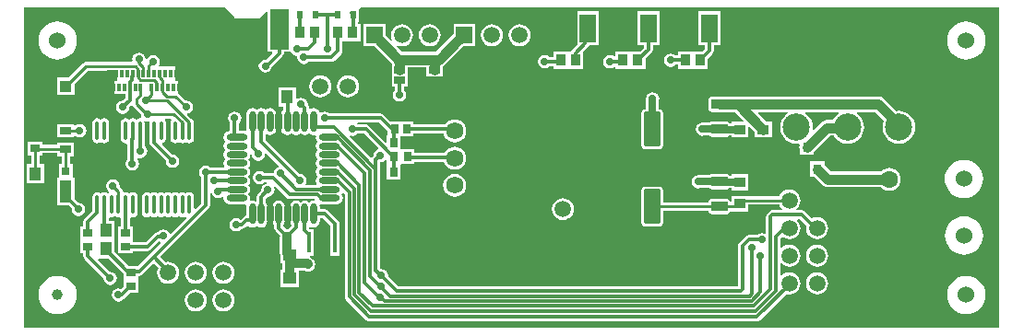
<source format=gtl>
G04*
G04 #@! TF.GenerationSoftware,Altium Limited,Altium Designer,20.1.10 (176)*
G04*
G04 Layer_Physical_Order=1*
G04 Layer_Color=255*
%FSLAX25Y25*%
%MOIN*%
G70*
G04*
G04 #@! TF.SameCoordinates,4904768C-9D57-489E-94B9-A5ABCCC02516*
G04*
G04*
G04 #@! TF.FilePolarity,Positive*
G04*
G01*
G75*
%ADD13C,0.01000*%
G04:AMPARAMS|DCode=18|XSize=124.02mil|YSize=57.09mil|CornerRadius=2mil|HoleSize=0mil|Usage=FLASHONLY|Rotation=270.000|XOffset=0mil|YOffset=0mil|HoleType=Round|Shape=RoundedRectangle|*
%AMROUNDEDRECTD18*
21,1,0.12402,0.05309,0,0,270.0*
21,1,0.12002,0.05709,0,0,270.0*
1,1,0.00400,-0.02655,-0.06001*
1,1,0.00400,-0.02655,0.06001*
1,1,0.00400,0.02655,0.06001*
1,1,0.00400,0.02655,-0.06001*
%
%ADD18ROUNDEDRECTD18*%
G04:AMPARAMS|DCode=19|XSize=35.43mil|YSize=57.09mil|CornerRadius=1.95mil|HoleSize=0mil|Usage=FLASHONLY|Rotation=270.000|XOffset=0mil|YOffset=0mil|HoleType=Round|Shape=RoundedRectangle|*
%AMROUNDEDRECTD19*
21,1,0.03543,0.05319,0,0,270.0*
21,1,0.03154,0.05709,0,0,270.0*
1,1,0.00390,-0.02659,-0.01577*
1,1,0.00390,-0.02659,0.01577*
1,1,0.00390,0.02659,0.01577*
1,1,0.00390,0.02659,-0.01577*
%
%ADD19ROUNDEDRECTD19*%
%ADD20R,0.04134X0.03740*%
%ADD21R,0.01575X0.07480*%
%ADD22O,0.01378X0.07087*%
%ADD23O,0.07677X0.02362*%
%ADD24O,0.02362X0.07677*%
%ADD25R,0.06693X0.14567*%
%ADD26R,0.03347X0.02756*%
%ADD27R,0.03543X0.04134*%
%ADD28R,0.02953X0.03347*%
%ADD29R,0.04331X0.04331*%
%ADD30R,0.02756X0.03347*%
%ADD31R,0.03150X0.03543*%
%ADD32R,0.03937X0.02756*%
%ADD33R,0.02362X0.03150*%
%ADD34R,0.05906X0.10236*%
%ADD35R,0.03937X0.02756*%
%ADD36R,0.01181X0.02756*%
%ADD37R,0.03150X0.03150*%
%ADD38R,0.04331X0.07874*%
%ADD39R,0.04331X0.04921*%
%ADD40R,0.03347X0.02953*%
%ADD41R,0.04921X0.04331*%
%ADD64C,0.06299*%
%ADD65R,0.06299X0.06299*%
G04:AMPARAMS|DCode=69|XSize=43.31mil|YSize=102.36mil|CornerRadius=21.65mil|HoleSize=0mil|Usage=FLASHONLY|Rotation=180.000|XOffset=0mil|YOffset=0mil|HoleType=Round|Shape=RoundedRectangle|*
%AMROUNDEDRECTD69*
21,1,0.04331,0.05906,0,0,180.0*
21,1,0.00000,0.10236,0,0,180.0*
1,1,0.04331,0.00000,0.02953*
1,1,0.04331,0.00000,0.02953*
1,1,0.04331,0.00000,-0.02953*
1,1,0.04331,0.00000,-0.02953*
%
%ADD69ROUNDEDRECTD69*%
G04:AMPARAMS|DCode=70|XSize=43.31mil|YSize=82.68mil|CornerRadius=21.65mil|HoleSize=0mil|Usage=FLASHONLY|Rotation=180.000|XOffset=0mil|YOffset=0mil|HoleType=Round|Shape=RoundedRectangle|*
%AMROUNDEDRECTD70*
21,1,0.04331,0.03937,0,0,180.0*
21,1,0.00000,0.08268,0,0,180.0*
1,1,0.04331,0.00000,0.01968*
1,1,0.04331,0.00000,0.01968*
1,1,0.04331,0.00000,-0.01968*
1,1,0.04331,0.00000,-0.01968*
%
%ADD70ROUNDEDRECTD70*%
%ADD73C,0.01200*%
%ADD74C,0.03500*%
%ADD75C,0.02500*%
%ADD76C,0.03200*%
%ADD77C,0.05000*%
%ADD78C,0.09843*%
%ADD79C,0.05906*%
%ADD80R,0.05906X0.05906*%
%ADD81R,0.05906X0.05906*%
%ADD82R,0.06260X0.06260*%
%ADD83C,0.06260*%
%ADD84C,0.06000*%
%ADD85C,0.03937*%
%ADD86C,0.02756*%
G36*
X77035Y113452D02*
X77366Y113231D01*
X77756Y113154D01*
X85630D01*
X86020Y113231D01*
X86351Y113452D01*
X88499Y115600D01*
X88961Y115409D01*
Y100969D01*
X90508D01*
X90699Y100507D01*
X88444Y98251D01*
X88106Y98319D01*
X87178Y98134D01*
X86391Y97609D01*
X85866Y96822D01*
X85681Y95894D01*
X85866Y94966D01*
X86391Y94180D01*
X87178Y93654D01*
X88106Y93470D01*
X89034Y93654D01*
X89820Y94180D01*
X90346Y94966D01*
X90488Y95681D01*
X94234Y99427D01*
X94588Y99956D01*
X94712Y100581D01*
Y100969D01*
X97329D01*
X97786Y100286D01*
X98572Y99760D01*
X99500Y99576D01*
X99658Y99417D01*
X99576Y99000D01*
X99760Y98072D01*
X100286Y97286D01*
X101072Y96760D01*
X102000Y96575D01*
X102928Y96760D01*
X103714Y97286D01*
X103770Y97369D01*
X112000D01*
X112624Y97493D01*
X113154Y97847D01*
X115496Y100189D01*
X115850Y100718D01*
X115974Y101342D01*
Y104933D01*
X122429D01*
Y111067D01*
X121387D01*
Y111925D01*
X122035D01*
Y116591D01*
X122529Y117091D01*
X353311Y117091D01*
Y1020D01*
X1020Y1020D01*
Y117091D01*
X73397D01*
X77035Y113452D01*
D02*
G37*
%LPC*%
G36*
X180000Y110987D02*
X178968Y110851D01*
X178007Y110453D01*
X177181Y109819D01*
X176547Y108993D01*
X176149Y108032D01*
X176013Y107000D01*
X176149Y105968D01*
X176547Y105007D01*
X177181Y104181D01*
X178007Y103547D01*
X178968Y103149D01*
X180000Y103013D01*
X181032Y103149D01*
X181993Y103547D01*
X182819Y104181D01*
X183453Y105007D01*
X183851Y105968D01*
X183987Y107000D01*
X183851Y108032D01*
X183453Y108993D01*
X182819Y109819D01*
X181993Y110453D01*
X181032Y110851D01*
X180000Y110987D01*
D02*
G37*
G36*
X170000D02*
X168968Y110851D01*
X168007Y110453D01*
X167181Y109819D01*
X166547Y108993D01*
X166149Y108032D01*
X166013Y107000D01*
X166149Y105968D01*
X166547Y105007D01*
X167181Y104181D01*
X168007Y103547D01*
X168968Y103149D01*
X170000Y103013D01*
X171032Y103149D01*
X171993Y103547D01*
X172819Y104181D01*
X173453Y105007D01*
X173851Y105968D01*
X173987Y107000D01*
X173851Y108032D01*
X173453Y108993D01*
X172819Y109819D01*
X171993Y110453D01*
X171032Y110851D01*
X170000Y110987D01*
D02*
G37*
G36*
X147500D02*
X146468Y110851D01*
X145507Y110453D01*
X144681Y109819D01*
X144047Y108993D01*
X143649Y108032D01*
X143513Y107000D01*
X143649Y105968D01*
X144047Y105007D01*
X144681Y104181D01*
X145507Y103547D01*
X146468Y103149D01*
X147500Y103013D01*
X148532Y103149D01*
X149493Y103547D01*
X150319Y104181D01*
X150953Y105007D01*
X151351Y105968D01*
X151487Y107000D01*
X151351Y108032D01*
X150953Y108993D01*
X150319Y109819D01*
X149493Y110453D01*
X148532Y110851D01*
X147500Y110987D01*
D02*
G37*
G36*
X160000Y111030D02*
X159412Y110953D01*
X156047D01*
Y107470D01*
X149591Y101014D01*
X137409D01*
X135353Y103070D01*
X135636Y103494D01*
X136468Y103149D01*
X137500Y103013D01*
X138532Y103149D01*
X139493Y103547D01*
X140319Y104181D01*
X140953Y105007D01*
X141351Y105968D01*
X141487Y107000D01*
X141351Y108032D01*
X140953Y108993D01*
X140319Y109819D01*
X139493Y110453D01*
X138532Y110851D01*
X137500Y110987D01*
X136468Y110851D01*
X135507Y110453D01*
X134681Y109819D01*
X134047Y108993D01*
X133649Y108032D01*
X133513Y107000D01*
X133649Y105968D01*
X133994Y105136D01*
X133570Y104853D01*
X131453Y106970D01*
Y110953D01*
X123547D01*
Y103047D01*
X127530D01*
X133732Y96845D01*
Y92122D01*
Y88382D01*
X134869D01*
Y87270D01*
X134786Y87214D01*
X134260Y86428D01*
X134075Y85500D01*
X134260Y84572D01*
X134786Y83786D01*
X135572Y83260D01*
X136500Y83075D01*
X137428Y83260D01*
X138214Y83786D01*
X138740Y84572D01*
X138925Y85500D01*
X138740Y86428D01*
X138214Y87214D01*
X138131Y87270D01*
Y88382D01*
X139669D01*
Y92122D01*
Y95466D01*
X146331D01*
Y92122D01*
X147881D01*
X147912Y92098D01*
X148581Y91821D01*
X149299Y91726D01*
X150017Y91821D01*
X150686Y92098D01*
X150718Y92122D01*
X152268D01*
Y95946D01*
X152701Y96279D01*
X159470Y103047D01*
X163953D01*
Y110953D01*
X160588D01*
X160000Y111030D01*
D02*
G37*
G36*
X208658Y115618D02*
X200752D01*
Y103514D01*
X199004Y101766D01*
X198650Y101237D01*
X198617Y101067D01*
X192071D01*
Y99131D01*
X190770D01*
X190714Y99214D01*
X189928Y99740D01*
X189000Y99924D01*
X188072Y99740D01*
X187286Y99214D01*
X186760Y98428D01*
X186575Y97500D01*
X186760Y96572D01*
X187286Y95786D01*
X188072Y95260D01*
X189000Y95076D01*
X189928Y95260D01*
X190714Y95786D01*
X190770Y95869D01*
X192071D01*
Y94933D01*
X202929D01*
Y101067D01*
X202929Y101067D01*
X202929D01*
X203259Y101407D01*
X204771Y102919D01*
X205080Y103382D01*
X208658D01*
Y115618D01*
D02*
G37*
G36*
X252555D02*
X244650D01*
Y103382D01*
X246869D01*
Y102018D01*
X245917Y101067D01*
X237071D01*
Y99631D01*
X236270D01*
X236214Y99714D01*
X235428Y100240D01*
X234500Y100425D01*
X233572Y100240D01*
X232786Y99714D01*
X232260Y98928D01*
X232076Y98000D01*
X232260Y97072D01*
X232786Y96286D01*
X233572Y95760D01*
X234500Y95575D01*
X235428Y95760D01*
X236214Y96286D01*
X236270Y96369D01*
X237071D01*
Y94933D01*
X247929D01*
Y98465D01*
X249654Y100189D01*
X250007Y100718D01*
X250131Y101342D01*
Y103382D01*
X252555D01*
Y115618D01*
D02*
G37*
G36*
X230555D02*
X222650D01*
Y103382D01*
X224869D01*
Y102518D01*
X223417Y101067D01*
X214571D01*
Y99532D01*
X214531Y99496D01*
X214071Y99310D01*
X213428Y99740D01*
X212500Y99924D01*
X211572Y99740D01*
X210786Y99214D01*
X210260Y98428D01*
X210075Y97500D01*
X210260Y96572D01*
X210786Y95786D01*
X211572Y95260D01*
X212500Y95076D01*
X213428Y95260D01*
X214071Y95690D01*
X214531Y95504D01*
X214571Y95468D01*
Y94933D01*
X225429D01*
Y98465D01*
X227654Y100689D01*
X228007Y101218D01*
X228131Y101842D01*
Y103382D01*
X230555D01*
Y115618D01*
D02*
G37*
G36*
X341339Y112057D02*
X339985Y111924D01*
X338683Y111529D01*
X337484Y110888D01*
X336432Y110025D01*
X335569Y108973D01*
X334928Y107773D01*
X334533Y106472D01*
X334400Y105118D01*
X334533Y103764D01*
X334928Y102463D01*
X335569Y101263D01*
X336432Y100212D01*
X337484Y99349D01*
X338683Y98707D01*
X339985Y98312D01*
X341339Y98179D01*
X342692Y98312D01*
X343994Y98707D01*
X345194Y99349D01*
X346245Y100212D01*
X347108Y101263D01*
X347749Y102463D01*
X348144Y103764D01*
X348277Y105118D01*
X348144Y106472D01*
X347749Y107773D01*
X347108Y108973D01*
X346245Y110025D01*
X345194Y110888D01*
X343994Y111529D01*
X342692Y111924D01*
X341339Y112057D01*
D02*
G37*
G36*
X12992D02*
X11638Y111924D01*
X10337Y111529D01*
X9137Y110888D01*
X8086Y110025D01*
X7223Y108973D01*
X6581Y107773D01*
X6186Y106472D01*
X6053Y105118D01*
X6186Y103764D01*
X6581Y102463D01*
X7223Y101263D01*
X8086Y100212D01*
X9137Y99349D01*
X10337Y98707D01*
X11638Y98312D01*
X12992Y98179D01*
X14346Y98312D01*
X15647Y98707D01*
X16847Y99349D01*
X17899Y100212D01*
X18762Y101263D01*
X19403Y102463D01*
X19798Y103764D01*
X19931Y105118D01*
X19798Y106472D01*
X19403Y107773D01*
X18762Y108973D01*
X17899Y110025D01*
X16847Y110888D01*
X15647Y111529D01*
X14346Y111924D01*
X12992Y112057D01*
D02*
G37*
G36*
X118000Y92487D02*
X116968Y92351D01*
X116007Y91953D01*
X115181Y91319D01*
X114547Y90493D01*
X114149Y89532D01*
X114013Y88500D01*
X114149Y87468D01*
X114547Y86507D01*
X115181Y85681D01*
X116007Y85047D01*
X116968Y84649D01*
X118000Y84513D01*
X119032Y84649D01*
X119993Y85047D01*
X120819Y85681D01*
X121453Y86507D01*
X121851Y87468D01*
X121987Y88500D01*
X121851Y89532D01*
X121453Y90493D01*
X120819Y91319D01*
X119993Y91953D01*
X119032Y92351D01*
X118000Y92487D01*
D02*
G37*
G36*
X108000D02*
X106968Y92351D01*
X106007Y91953D01*
X105181Y91319D01*
X104547Y90493D01*
X104149Y89532D01*
X104013Y88500D01*
X104149Y87468D01*
X104547Y86507D01*
X105181Y85681D01*
X106007Y85047D01*
X106968Y84649D01*
X108000Y84513D01*
X109032Y84649D01*
X109993Y85047D01*
X110819Y85681D01*
X111453Y86507D01*
X111851Y87468D01*
X111987Y88500D01*
X111851Y89532D01*
X111453Y90493D01*
X110819Y91319D01*
X109993Y91953D01*
X109032Y92351D01*
X108000Y92487D01*
D02*
G37*
G36*
X42414Y100751D02*
X41486Y100567D01*
X40700Y100041D01*
X40174Y99254D01*
X39990Y98327D01*
X40098Y97783D01*
X39696Y97283D01*
X23210D01*
X22625Y97167D01*
X22129Y96835D01*
X17003Y91709D01*
X12835D01*
Y85378D01*
X19165D01*
Y89546D01*
X23844Y94224D01*
X34551D01*
Y90898D01*
X34218Y90535D01*
X33567D01*
Y85780D01*
X37463D01*
Y84270D01*
X36598Y83405D01*
X36500Y83425D01*
X35572Y83240D01*
X34786Y82714D01*
X34260Y81928D01*
X34075Y81000D01*
X34260Y80072D01*
X34786Y79286D01*
X35572Y78760D01*
X36500Y78575D01*
X37428Y78760D01*
X38214Y79286D01*
X38740Y80072D01*
X38925Y81000D01*
X38905Y81098D01*
X39527Y81720D01*
X40069Y81555D01*
X40087Y81467D01*
X40419Y80971D01*
X43189Y78200D01*
X43345Y77419D01*
X43357Y77400D01*
X43056Y76951D01*
X42720Y77017D01*
X42061Y76886D01*
X41503Y76513D01*
X41379D01*
X40820Y76886D01*
X40161Y77017D01*
X39502Y76886D01*
X39274Y76734D01*
X38882Y76543D01*
X38490Y76734D01*
X38261Y76886D01*
X37602Y77017D01*
X36943Y76886D01*
X36385Y76513D01*
X36011Y75954D01*
X35880Y75295D01*
Y69587D01*
X36011Y68928D01*
X36385Y68369D01*
X36943Y67996D01*
X37602Y67865D01*
X37869Y67918D01*
X38369Y67512D01*
Y62270D01*
X38286Y62214D01*
X37760Y61428D01*
X37576Y60500D01*
X37760Y59572D01*
X38286Y58786D01*
X39072Y58260D01*
X40000Y58075D01*
X40928Y58260D01*
X41714Y58786D01*
X42240Y59572D01*
X42424Y60500D01*
X42240Y61428D01*
X41806Y62077D01*
X41846Y62383D01*
X42308Y62713D01*
X43000Y62576D01*
X43928Y62760D01*
X44714Y63286D01*
X45240Y64072D01*
X45425Y65000D01*
X45240Y65928D01*
X44714Y66714D01*
X44386Y66934D01*
Y69302D01*
X44442Y69587D01*
Y75295D01*
X44361Y75703D01*
X44461Y75839D01*
X44782Y76082D01*
X45585Y75922D01*
X45737Y75953D01*
X46163Y75528D01*
X46117Y75295D01*
Y69587D01*
X46241Y68959D01*
Y68127D01*
X46365Y67503D01*
X46719Y66974D01*
X52095Y61598D01*
X52075Y61500D01*
X52260Y60572D01*
X52786Y59786D01*
X53572Y59260D01*
X54500Y59075D01*
X55428Y59260D01*
X56214Y59786D01*
X56740Y60572D01*
X56924Y61500D01*
X56740Y62428D01*
X56214Y63214D01*
X55428Y63740D01*
X54500Y63924D01*
X54402Y63905D01*
X50810Y67497D01*
X50955Y67975D01*
X51057Y67996D01*
X51615Y68369D01*
X51989Y68928D01*
X52120Y69587D01*
Y75295D01*
X51989Y75954D01*
X51746Y76318D01*
X51991Y76818D01*
X53922D01*
X54167Y76318D01*
X53925Y75954D01*
X53794Y75295D01*
Y69587D01*
X53925Y68928D01*
X54298Y68369D01*
X54857Y67996D01*
X55516Y67865D01*
X56175Y67996D01*
X56403Y68148D01*
X56795Y68339D01*
X57187Y68148D01*
X57416Y67996D01*
X58075Y67865D01*
X58734Y67996D01*
X58962Y68148D01*
X59354Y68339D01*
X59746Y68148D01*
X59975Y67996D01*
X60634Y67865D01*
X61293Y67996D01*
X61852Y68369D01*
X62225Y68928D01*
X62356Y69587D01*
Y75295D01*
X62225Y75954D01*
X61852Y76513D01*
X61293Y76886D01*
X61184Y76908D01*
X59889Y78203D01*
X60034Y78682D01*
X60428Y78760D01*
X61214Y79286D01*
X61740Y80072D01*
X61924Y81000D01*
X61740Y81928D01*
X61214Y82714D01*
X60428Y83240D01*
X59500Y83425D01*
X59282Y83381D01*
X56646Y86017D01*
X56433Y86159D01*
Y90535D01*
X55782D01*
X55449Y90898D01*
Y95653D01*
X49727D01*
X49460Y96153D01*
X49740Y96572D01*
X49924Y97500D01*
X49740Y98428D01*
X49214Y99214D01*
X48428Y99740D01*
X47500Y99924D01*
X46572Y99740D01*
X45786Y99214D01*
X45313Y98507D01*
X44990Y98504D01*
X44792Y98559D01*
X44654Y99254D01*
X44129Y100041D01*
X43342Y100567D01*
X42414Y100751D01*
D02*
G37*
G36*
X29925Y77017D02*
X29266Y76886D01*
X29038Y76734D01*
X28646Y76543D01*
X28254Y76734D01*
X28025Y76886D01*
X27366Y77017D01*
X26707Y76886D01*
X26149Y76513D01*
X25775Y75954D01*
X25644Y75295D01*
Y69587D01*
X25775Y68928D01*
X26149Y68369D01*
X26707Y67996D01*
X27366Y67865D01*
X28025Y67996D01*
X28254Y68148D01*
X28646Y68339D01*
X29038Y68148D01*
X29266Y67996D01*
X29925Y67865D01*
X30584Y67996D01*
X31143Y68369D01*
X31516Y68928D01*
X31647Y69587D01*
Y75295D01*
X31516Y75954D01*
X31143Y76513D01*
X30584Y76886D01*
X29925Y77017D01*
D02*
G37*
G36*
X21000Y74924D02*
X20072Y74740D01*
X19468Y74337D01*
X18969Y74571D01*
Y74724D01*
X13032D01*
Y69968D01*
X18969D01*
Y70429D01*
X19468Y70663D01*
X20072Y70260D01*
X21000Y70076D01*
X21928Y70260D01*
X22714Y70786D01*
X23240Y71572D01*
X23425Y72500D01*
X23240Y73428D01*
X22714Y74214D01*
X21928Y74740D01*
X21000Y74924D01*
D02*
G37*
G36*
X99165Y88114D02*
X92835D01*
Y81193D01*
X94432D01*
Y79929D01*
X94008Y79296D01*
X93839Y78445D01*
Y73130D01*
X94008Y72279D01*
X94490Y71557D01*
X95212Y71075D01*
X96063Y70906D01*
X96914Y71075D01*
X97636Y71557D01*
X97640D01*
X98362Y71075D01*
X99213Y70906D01*
X100064Y71075D01*
X100785Y71557D01*
X100790D01*
X101511Y71075D01*
X102362Y70906D01*
X103213Y71075D01*
X103935Y71557D01*
X103939D01*
X104661Y71075D01*
X105512Y70906D01*
X106014Y71006D01*
X106439Y70581D01*
X106339Y70079D01*
X106508Y69228D01*
X106991Y68506D01*
Y68502D01*
X106508Y67780D01*
X106339Y66929D01*
X106508Y66078D01*
X106991Y65357D01*
Y65352D01*
X106508Y64631D01*
X106339Y63779D01*
X106508Y62928D01*
X106991Y62207D01*
Y62202D01*
X106508Y61481D01*
X106339Y60630D01*
X106508Y59779D01*
X106991Y59057D01*
Y59053D01*
X106508Y58331D01*
X106339Y57480D01*
X106508Y56629D01*
X106991Y55908D01*
Y55903D01*
X106508Y55182D01*
X106339Y54331D01*
X106508Y53480D01*
X106660Y53253D01*
X106424Y52812D01*
X102939D01*
X102703Y53253D01*
X102846Y53466D01*
X103030Y54394D01*
X102846Y55322D01*
X102320Y56109D01*
X101534Y56634D01*
X100606Y56819D01*
X100508Y56799D01*
X88245Y69062D01*
Y70991D01*
X88687Y71227D01*
X88913Y71075D01*
X89764Y70906D01*
X90615Y71075D01*
X91336Y71557D01*
X91818Y72279D01*
X91988Y73130D01*
Y78445D01*
X91818Y79296D01*
X91336Y80017D01*
X90615Y80499D01*
X89764Y80669D01*
X88913Y80499D01*
X88191Y80017D01*
X88187D01*
X87465Y80499D01*
X86614Y80669D01*
X85763Y80499D01*
X85042Y80017D01*
X85037D01*
X84316Y80499D01*
X83465Y80669D01*
X82613Y80499D01*
X81892Y80017D01*
X81410Y79296D01*
X81241Y78445D01*
Y73130D01*
X81341Y72628D01*
X80915Y72203D01*
X80413Y72303D01*
X78631D01*
Y75230D01*
X78714Y75286D01*
X79240Y76072D01*
X79425Y77000D01*
X79240Y77928D01*
X78714Y78714D01*
X77928Y79240D01*
X77000Y79425D01*
X76072Y79240D01*
X75286Y78714D01*
X74760Y77928D01*
X74576Y77000D01*
X74760Y76072D01*
X75286Y75286D01*
X75369Y75230D01*
Y72303D01*
X75098D01*
X74247Y72133D01*
X73526Y71651D01*
X73044Y70930D01*
X72875Y70079D01*
X73044Y69228D01*
X73526Y68506D01*
Y68502D01*
X73044Y67780D01*
X72875Y66929D01*
X73044Y66078D01*
X73526Y65357D01*
Y65352D01*
X73044Y64631D01*
X72875Y63779D01*
X73044Y62928D01*
X73526Y62207D01*
Y62202D01*
X73044Y61481D01*
X72875Y60630D01*
X73044Y59779D01*
X73195Y59553D01*
X72959Y59112D01*
X68290D01*
X68234Y59195D01*
X67448Y59720D01*
X66520Y59905D01*
X65592Y59720D01*
X64805Y59195D01*
X64280Y58408D01*
X64095Y57480D01*
X64280Y56552D01*
X64805Y55766D01*
X64869Y55724D01*
Y46176D01*
X62818Y44125D01*
X62356Y44316D01*
Y48524D01*
X62225Y49183D01*
X61852Y49741D01*
X61293Y50115D01*
X60634Y50246D01*
X59975Y50115D01*
X59746Y49962D01*
X59354Y49771D01*
X58962Y49962D01*
X58734Y50115D01*
X58075Y50246D01*
X57416Y50115D01*
X57187Y49962D01*
X56795Y49771D01*
X56403Y49962D01*
X56175Y50115D01*
X55516Y50246D01*
X54857Y50115D01*
X54298Y49741D01*
X54174D01*
X53616Y50115D01*
X52957Y50246D01*
X52298Y50115D01*
X52069Y49962D01*
X51677Y49771D01*
X51285Y49962D01*
X51057Y50115D01*
X50398Y50246D01*
X49739Y50115D01*
X49510Y49962D01*
X49118Y49771D01*
X48726Y49962D01*
X48498Y50115D01*
X47839Y50246D01*
X47180Y50115D01*
X46951Y49962D01*
X46559Y49771D01*
X46167Y49962D01*
X45939Y50115D01*
X45279Y50246D01*
X44620Y50115D01*
X44062Y49741D01*
X43688Y49183D01*
X43558Y48524D01*
Y42815D01*
X43688Y42156D01*
X44062Y41597D01*
X44620Y41224D01*
X45279Y41093D01*
X45939Y41224D01*
X46167Y41377D01*
X46559Y41567D01*
X46951Y41377D01*
X47180Y41224D01*
X47839Y41093D01*
X48498Y41224D01*
X48726Y41377D01*
X49118Y41567D01*
X49510Y41377D01*
X49739Y41224D01*
X50398Y41093D01*
X51057Y41224D01*
X51285Y41377D01*
X51677Y41567D01*
X52069Y41377D01*
X52298Y41224D01*
X52957Y41093D01*
X53616Y41224D01*
X53844Y41377D01*
X54236Y41567D01*
X54628Y41377D01*
X54857Y41224D01*
X55516Y41093D01*
X56175Y41224D01*
X56403Y41377D01*
X56795Y41567D01*
X57187Y41377D01*
X57416Y41224D01*
X58075Y41093D01*
X58734Y41224D01*
X58962Y41377D01*
X59139Y41462D01*
X59360Y41344D01*
X59441Y40748D01*
X53866Y35173D01*
X53338Y35352D01*
X52859Y36070D01*
X52072Y36596D01*
X51144Y36780D01*
X50216Y36596D01*
X49430Y36070D01*
X49175Y35689D01*
X49058D01*
X48434Y35565D01*
X47905Y35212D01*
X44864Y32171D01*
X40173D01*
Y32917D01*
X40173D01*
Y33083D01*
X40173D01*
Y37839D01*
X39200D01*
Y40871D01*
X39700Y41185D01*
X40161Y41093D01*
X40820Y41224D01*
X41379Y41597D01*
X41752Y42156D01*
X41884Y42815D01*
Y48524D01*
X41752Y49183D01*
X41379Y49741D01*
X40820Y50115D01*
X40161Y50246D01*
X39502Y50115D01*
X39274Y49962D01*
X38882Y49771D01*
X38490Y49962D01*
X38261Y50115D01*
X37602Y50246D01*
X37073Y50140D01*
X36573Y50423D01*
Y50457D01*
X36456Y51042D01*
X36125Y51538D01*
X35381Y52282D01*
X35425Y52500D01*
X35240Y53428D01*
X34714Y54214D01*
X33928Y54740D01*
X33000Y54924D01*
X32072Y54740D01*
X31286Y54214D01*
X30760Y53428D01*
X30575Y52500D01*
X30760Y51572D01*
X31286Y50786D01*
X31640Y50549D01*
X31610Y50011D01*
X31184Y49782D01*
X30813Y49962D01*
X30584Y50115D01*
X29925Y50246D01*
X29266Y50115D01*
X28708Y49741D01*
X28584D01*
X28025Y50115D01*
X27366Y50246D01*
X26707Y50115D01*
X26149Y49741D01*
X25775Y49183D01*
X25644Y48524D01*
Y43448D01*
X22847Y40650D01*
X22493Y40121D01*
X22369Y39497D01*
Y37839D01*
X21327D01*
Y33417D01*
X21327Y33083D01*
X21327Y32583D01*
Y28161D01*
X22369D01*
Y27000D01*
X22493Y26376D01*
X22847Y25846D01*
X29595Y19098D01*
X29575Y19000D01*
X29760Y18072D01*
X30286Y17286D01*
X31072Y16760D01*
X32000Y16576D01*
X32928Y16760D01*
X33714Y17286D01*
X34240Y18072D01*
X34424Y19000D01*
X34240Y19928D01*
X33714Y20714D01*
X32928Y21240D01*
X32000Y21425D01*
X31902Y21405D01*
X27614Y25693D01*
X27821Y26193D01*
X31358D01*
X36827Y20724D01*
Y18917D01*
X36827Y18583D01*
X36827Y18083D01*
Y15969D01*
X36030Y15172D01*
X35928Y15240D01*
X35000Y15425D01*
X34072Y15240D01*
X33286Y14714D01*
X32760Y13928D01*
X32576Y13000D01*
X32760Y12072D01*
X33286Y11286D01*
X34072Y10760D01*
X35000Y10576D01*
X35928Y10760D01*
X36714Y11286D01*
X36924Y11598D01*
X37368Y11895D01*
X39134Y13661D01*
X42173D01*
Y18083D01*
X42173Y18417D01*
X42173Y18917D01*
Y19869D01*
X42500D01*
X43124Y19993D01*
X43654Y20346D01*
X47750Y24443D01*
X49445Y22748D01*
X49149Y22032D01*
X49013Y21000D01*
X49149Y19968D01*
X49547Y19007D01*
X50181Y18181D01*
X51007Y17547D01*
X51968Y17149D01*
X53000Y17013D01*
X54032Y17149D01*
X54993Y17547D01*
X55819Y18181D01*
X56453Y19007D01*
X56851Y19968D01*
X56987Y21000D01*
X56851Y22032D01*
X56453Y22993D01*
X55819Y23819D01*
X54993Y24453D01*
X54032Y24851D01*
X53000Y24987D01*
X51968Y24851D01*
X51960Y24848D01*
X50057Y26750D01*
X67654Y44346D01*
X68007Y44876D01*
X68131Y45500D01*
Y50170D01*
X68631Y50219D01*
X68760Y49572D01*
X69286Y48786D01*
X70072Y48260D01*
X71000Y48076D01*
X71928Y48260D01*
X72484Y48632D01*
X72934Y48331D01*
X72875Y48031D01*
X73044Y47181D01*
X73526Y46459D01*
X74247Y45977D01*
X75098Y45808D01*
X80413D01*
X80915Y45908D01*
X81341Y45482D01*
X81241Y44980D01*
Y41717D01*
X81228D01*
X80604Y41593D01*
X80074Y41240D01*
X79115Y40281D01*
X78428Y40740D01*
X77500Y40925D01*
X76572Y40740D01*
X75786Y40214D01*
X75260Y39428D01*
X75076Y38500D01*
X75260Y37572D01*
X75786Y36786D01*
X76572Y36260D01*
X77500Y36075D01*
X78428Y36260D01*
X79214Y36786D01*
X79270Y36869D01*
X79642D01*
X80266Y36993D01*
X80795Y37347D01*
X81573Y38124D01*
X81892Y38093D01*
X82613Y37611D01*
X83465Y37442D01*
X84316Y37611D01*
X85037Y38093D01*
X85042D01*
X85763Y37611D01*
X86614Y37442D01*
X87465Y37611D01*
X88187Y38093D01*
X88669Y38814D01*
X88838Y39665D01*
Y44980D01*
X88669Y45831D01*
X88245Y46465D01*
Y47938D01*
X88902Y48595D01*
X89000Y48575D01*
X89928Y48760D01*
X90714Y49286D01*
X91240Y50072D01*
X91425Y51000D01*
X91240Y51928D01*
X91114Y52116D01*
X91503Y52435D01*
X95710Y48228D01*
X96239Y47874D01*
X96863Y47750D01*
X105952D01*
X106008Y47615D01*
X105648Y47177D01*
X105512Y47204D01*
X104661Y47035D01*
X103939Y46553D01*
X103935D01*
X103213Y47035D01*
X102362Y47204D01*
X101511Y47035D01*
X100790Y46553D01*
X100785D01*
X100064Y47035D01*
X99213Y47204D01*
X98362Y47035D01*
X97640Y46553D01*
X97158Y45831D01*
X96989Y44980D01*
Y39665D01*
X97158Y38814D01*
X97581Y38181D01*
Y37960D01*
X96294Y36673D01*
X95791D01*
X94545Y37920D01*
Y38181D01*
X94968Y38814D01*
X95137Y39665D01*
Y44980D01*
X94968Y45831D01*
X94486Y46553D01*
X93764Y47035D01*
X92913Y47204D01*
X92062Y47035D01*
X91341Y46553D01*
X90859Y45831D01*
X90689Y44980D01*
Y39665D01*
X90859Y38814D01*
X91282Y38181D01*
Y37244D01*
X91406Y36620D01*
X91760Y36091D01*
X93398Y34453D01*
X93338Y34000D01*
Y28091D01*
X93338Y28091D01*
X93386Y27729D01*
Y24335D01*
X94224D01*
Y22165D01*
X93386D01*
Y15835D01*
X100307D01*
Y21712D01*
X102133D01*
X102140Y21707D01*
X102772Y21445D01*
X103451Y21355D01*
X104130Y21445D01*
X104762Y21707D01*
X105305Y22124D01*
X105722Y22667D01*
X105984Y23299D01*
X106073Y23978D01*
X105984Y24657D01*
X105722Y25289D01*
X105305Y25832D01*
X104949Y26189D01*
X104406Y26606D01*
X104034Y26760D01*
X104133Y27260D01*
X105563D01*
Y36740D01*
X104295D01*
X103993Y37042D01*
Y37526D01*
X104435Y37762D01*
X104661Y37611D01*
X105512Y37442D01*
X106363Y37611D01*
X107084Y38093D01*
X107566Y38814D01*
X107736Y39665D01*
Y40692D01*
X109001D01*
X111593Y38100D01*
Y36740D01*
X111437D01*
Y27260D01*
X115012D01*
Y36740D01*
X114856D01*
Y38776D01*
X114732Y39400D01*
X114378Y39929D01*
X110831Y43476D01*
X110301Y43830D01*
X109677Y43954D01*
X107736D01*
Y44980D01*
X107636Y45482D01*
X108061Y45908D01*
X108563Y45808D01*
X113878D01*
X114729Y45977D01*
X115450Y46459D01*
X115933Y47181D01*
X116102Y48031D01*
X115933Y48882D01*
X115541Y49469D01*
X115722Y49800D01*
X116252Y49868D01*
X116769Y49351D01*
Y12297D01*
X116893Y11673D01*
X117246Y11144D01*
X124544Y3847D01*
X125073Y3493D01*
X125697Y3369D01*
X265682D01*
X266307Y3493D01*
X266836Y3847D01*
X276381Y13392D01*
X277402Y13257D01*
X278433Y13393D01*
X279395Y13791D01*
X280221Y14425D01*
X280854Y15251D01*
X281253Y16212D01*
X281388Y17244D01*
X281253Y18276D01*
X280854Y19238D01*
X280221Y20063D01*
X279395Y20697D01*
X278433Y21095D01*
X277402Y21231D01*
X276370Y21095D01*
X275408Y20697D01*
X274631Y20101D01*
X274213Y20189D01*
X274131Y20216D01*
Y24272D01*
X274213Y24299D01*
X274631Y24387D01*
X275408Y23791D01*
X276370Y23393D01*
X277402Y23257D01*
X278433Y23393D01*
X279395Y23791D01*
X280221Y24425D01*
X280854Y25251D01*
X281253Y26212D01*
X281388Y27244D01*
X281253Y28276D01*
X280854Y29237D01*
X280221Y30063D01*
X279395Y30697D01*
X278433Y31095D01*
X277402Y31231D01*
X276370Y31095D01*
X275408Y30697D01*
X274631Y30101D01*
X274213Y30189D01*
X274131Y30216D01*
Y33482D01*
X274861Y34211D01*
X275408Y33791D01*
X276370Y33393D01*
X277402Y33257D01*
X278433Y33393D01*
X279395Y33791D01*
X280221Y34425D01*
X280854Y35251D01*
X281253Y36212D01*
X281388Y37244D01*
X281253Y38276D01*
X280854Y39237D01*
X280370Y39869D01*
X280616Y40369D01*
X281324D01*
X283535Y38158D01*
X283415Y37244D01*
X283551Y36212D01*
X283949Y35251D01*
X284582Y34425D01*
X285408Y33791D01*
X286370Y33393D01*
X287402Y33257D01*
X288433Y33393D01*
X289395Y33791D01*
X290221Y34425D01*
X290854Y35251D01*
X291253Y36212D01*
X291388Y37244D01*
X291253Y38276D01*
X290854Y39237D01*
X290221Y40063D01*
X289395Y40697D01*
X288433Y41095D01*
X287402Y41231D01*
X286370Y41095D01*
X285551Y40756D01*
X283154Y43154D01*
X282624Y43507D01*
X282000Y43631D01*
X280008D01*
X279838Y44131D01*
X280221Y44425D01*
X280854Y45251D01*
X281253Y46212D01*
X281388Y47244D01*
X281253Y48276D01*
X280854Y49237D01*
X280221Y50063D01*
X279395Y50697D01*
X278433Y51095D01*
X277402Y51231D01*
X276370Y51095D01*
X275408Y50697D01*
X274582Y50063D01*
X273949Y49237D01*
X273757Y48774D01*
X262567D01*
Y48870D01*
X256433D01*
Y46882D01*
X255933Y46833D01*
X255891Y47043D01*
X255627Y47438D01*
X255232Y47702D01*
X254766Y47795D01*
X249447D01*
X248981Y47702D01*
X248585Y47438D01*
X248321Y47043D01*
X248229Y46577D01*
Y46529D01*
X231771D01*
Y51001D01*
X231678Y51469D01*
X231413Y51866D01*
X231016Y52131D01*
X230548Y52224D01*
X225239D01*
X224771Y52131D01*
X224374Y51866D01*
X224109Y51469D01*
X224016Y51001D01*
Y38999D01*
X224109Y38531D01*
X224374Y38134D01*
X224771Y37869D01*
X225239Y37776D01*
X230548D01*
X231016Y37869D01*
X231413Y38134D01*
X231678Y38531D01*
X231771Y38999D01*
Y43471D01*
X248229D01*
Y43423D01*
X248321Y42957D01*
X248585Y42562D01*
X248981Y42298D01*
X249447Y42205D01*
X254766D01*
X255232Y42298D01*
X255627Y42562D01*
X255891Y42957D01*
X255933Y43167D01*
X256433Y43130D01*
Y43130D01*
X262567D01*
Y45715D01*
X273757D01*
X273949Y45251D01*
X274582Y44425D01*
X274965Y44131D01*
X274795Y43631D01*
X271301D01*
X270677Y43507D01*
X270148Y43154D01*
X269445Y42451D01*
X269091Y41921D01*
X268967Y41297D01*
Y35410D01*
X268526Y35174D01*
X268428Y35240D01*
X267500Y35425D01*
X266572Y35240D01*
X265786Y34714D01*
X265730Y34631D01*
X262789D01*
X262164Y34507D01*
X261635Y34154D01*
X259347Y31865D01*
X258993Y31336D01*
X258869Y30711D01*
Y16031D01*
X136266D01*
X132403Y19894D01*
X132424Y20000D01*
X132240Y20928D01*
X131714Y21714D01*
X130928Y22240D01*
X130000Y22424D01*
X129631Y22853D01*
Y58500D01*
Y61102D01*
X130428Y61260D01*
X131214Y61786D01*
X131465Y62160D01*
X131965Y62008D01*
Y60327D01*
X131965D01*
X131965Y60173D01*
X131965D01*
Y54827D01*
X136917D01*
Y59895D01*
X137040Y60216D01*
X137354Y60327D01*
X142035D01*
Y61119D01*
X152602D01*
X152892Y60417D01*
X153554Y59554D01*
X154417Y58893D01*
X155422Y58476D01*
X156500Y58334D01*
X157578Y58476D01*
X158583Y58893D01*
X159446Y59554D01*
X160108Y60417D01*
X160524Y61422D01*
X160666Y62500D01*
X160524Y63578D01*
X160108Y64583D01*
X159446Y65446D01*
X158583Y66107D01*
X157578Y66524D01*
X156500Y66666D01*
X155422Y66524D01*
X154417Y66107D01*
X153554Y65446D01*
X152892Y64583D01*
X152809Y64381D01*
X142035D01*
Y65673D01*
X137417D01*
X137083Y65673D01*
X136917Y66105D01*
Y70327D01*
X141642D01*
Y71369D01*
X152463D01*
X152476Y71264D01*
X152892Y70260D01*
X153554Y69397D01*
X154417Y68735D01*
X155422Y68319D01*
X156500Y68177D01*
X157578Y68319D01*
X158583Y68735D01*
X159446Y69397D01*
X160108Y70260D01*
X160524Y71264D01*
X160666Y72342D01*
X160524Y73421D01*
X160108Y74425D01*
X159446Y75288D01*
X158583Y75950D01*
X157578Y76366D01*
X156500Y76508D01*
X155422Y76366D01*
X154417Y75950D01*
X153554Y75288D01*
X153051Y74631D01*
X141642D01*
Y75673D01*
X133370D01*
X130890Y78154D01*
X130360Y78507D01*
X129736Y78631D01*
X111270D01*
X111214Y78714D01*
X110428Y79240D01*
X109500Y79425D01*
X108572Y79240D01*
X108144Y78954D01*
X107589Y79184D01*
X107566Y79296D01*
X107084Y80017D01*
X106363Y80499D01*
X105512Y80669D01*
X104661Y80499D01*
X104435Y80348D01*
X103994Y80584D01*
Y80638D01*
X103869Y81262D01*
X103516Y81791D01*
X103405Y81902D01*
X103425Y82000D01*
X103240Y82928D01*
X102714Y83714D01*
X101928Y84240D01*
X101000Y84425D01*
X100072Y84240D01*
X99665Y83968D01*
X99165Y84235D01*
Y88114D01*
D02*
G37*
G36*
X254766Y84850D02*
X249447D01*
X248981Y84757D01*
X248585Y84493D01*
X248321Y84098D01*
X248229Y83632D01*
Y80478D01*
X248321Y80012D01*
X248585Y79617D01*
X248981Y79353D01*
X249447Y79260D01*
X254766D01*
X254873Y79281D01*
X257650D01*
X260745Y76186D01*
X260554Y75724D01*
X256433D01*
Y75221D01*
X255772D01*
X255627Y75438D01*
X255232Y75702D01*
X254766Y75795D01*
X249447D01*
X248981Y75702D01*
X248585Y75438D01*
X248489Y75294D01*
X246656D01*
X246000Y75424D01*
X245072Y75240D01*
X244286Y74714D01*
X243760Y73928D01*
X243576Y73000D01*
X243760Y72072D01*
X244286Y71286D01*
X245072Y70760D01*
X246000Y70575D01*
X246656Y70706D01*
X248489D01*
X248585Y70562D01*
X248981Y70298D01*
X249447Y70205D01*
X254766D01*
X255232Y70298D01*
X255627Y70562D01*
X255675Y70633D01*
X256433D01*
Y69984D01*
X262567D01*
Y73712D01*
X263029Y73903D01*
X264933Y71999D01*
Y69984D01*
X271067D01*
Y75724D01*
X269053D01*
X265957Y78819D01*
X266149Y79281D01*
X276741D01*
X276866Y78781D01*
X276691Y78687D01*
X275789Y77947D01*
X275049Y77046D01*
X274499Y76017D01*
X274161Y74901D01*
X274046Y73740D01*
X274161Y72579D01*
X274499Y71463D01*
X275049Y70435D01*
X275789Y69533D01*
X276691Y68793D01*
X277719Y68243D01*
X278835Y67905D01*
X279996Y67790D01*
X280685Y67858D01*
X281185Y67407D01*
X281081Y67155D01*
X280986Y66437D01*
X281081Y65719D01*
X281185Y65467D01*
Y63665D01*
X283744D01*
X283760Y63663D01*
X283913D01*
X283929Y63665D01*
X286335D01*
Y64936D01*
X292152Y70753D01*
X293383D01*
X293553Y70435D01*
X294293Y69533D01*
X295194Y68793D01*
X296223Y68243D01*
X297339Y67905D01*
X298500Y67790D01*
X299661Y67905D01*
X300777Y68243D01*
X301806Y68793D01*
X302707Y69533D01*
X303447Y70435D01*
X303997Y71463D01*
X304336Y72579D01*
X304450Y73740D01*
X304336Y74901D01*
X303997Y76017D01*
X303447Y77046D01*
X302707Y77947D01*
X301806Y78687D01*
X301630Y78781D01*
X301755Y79281D01*
X308540D01*
X311611Y76211D01*
X311507Y76017D01*
X311168Y74901D01*
X311054Y73740D01*
X311168Y72579D01*
X311507Y71463D01*
X312057Y70435D01*
X312797Y69533D01*
X313698Y68793D01*
X314727Y68243D01*
X315843Y67905D01*
X317004Y67790D01*
X318165Y67905D01*
X319281Y68243D01*
X320309Y68793D01*
X321211Y69533D01*
X321951Y70435D01*
X322501Y71463D01*
X322839Y72579D01*
X322954Y73740D01*
X322839Y74901D01*
X322501Y76017D01*
X321951Y77046D01*
X321211Y77947D01*
X320309Y78687D01*
X319281Y79237D01*
X318165Y79576D01*
X317004Y79690D01*
X316069Y79598D01*
X311650Y84016D01*
X311076Y84457D01*
X310407Y84734D01*
X309689Y84829D01*
X254873D01*
X254766Y84850D01*
D02*
G37*
G36*
X228000Y86424D02*
X227072Y86240D01*
X226286Y85714D01*
X225760Y84928D01*
X225575Y84000D01*
X225605Y83851D01*
X225600Y83824D01*
Y80224D01*
X225239D01*
X224771Y80131D01*
X224374Y79866D01*
X224109Y79469D01*
X224016Y79001D01*
Y66999D01*
X224109Y66531D01*
X224374Y66134D01*
X224771Y65869D01*
X225239Y65776D01*
X230548D01*
X231016Y65869D01*
X231413Y66134D01*
X231678Y66531D01*
X231771Y66999D01*
Y79001D01*
X231678Y79469D01*
X231413Y79866D01*
X231016Y80131D01*
X230548Y80224D01*
X230188D01*
Y82994D01*
X230240Y83072D01*
X230424Y84000D01*
X230240Y84928D01*
X229714Y85714D01*
X228928Y86240D01*
X228000Y86424D01*
D02*
G37*
G36*
X254766Y56850D02*
X249447D01*
X248981Y56757D01*
X248585Y56493D01*
X248471Y56322D01*
X245017D01*
X244500Y56424D01*
X243572Y56240D01*
X242786Y55714D01*
X242260Y54928D01*
X242075Y54000D01*
X242260Y53072D01*
X242786Y52286D01*
X243572Y51760D01*
X244500Y51575D01*
X245294Y51733D01*
X248507D01*
X248585Y51617D01*
X248981Y51353D01*
X249447Y51260D01*
X254766D01*
X255232Y51353D01*
X255627Y51617D01*
X255635Y51629D01*
X256433D01*
Y50921D01*
X262567D01*
Y56661D01*
X256433D01*
Y56217D01*
X255812D01*
X255627Y56493D01*
X255232Y56757D01*
X254766Y56850D01*
D02*
G37*
G36*
X287653Y61337D02*
X287500D01*
X287484Y61335D01*
X284925D01*
Y59533D01*
X284821Y59281D01*
X284726Y58563D01*
X284821Y57845D01*
X284925Y57593D01*
Y55791D01*
X286503D01*
X289413Y52881D01*
X289987Y52440D01*
X290656Y52163D01*
X291374Y52069D01*
X310398D01*
X310541Y51883D01*
X311407Y51218D01*
X312417Y50800D01*
X313500Y50657D01*
X314583Y50800D01*
X315593Y51218D01*
X316459Y51883D01*
X317125Y52750D01*
X317543Y53759D01*
X317685Y54843D01*
X317543Y55926D01*
X317125Y56935D01*
X316459Y57802D01*
X315593Y58467D01*
X314583Y58885D01*
X313500Y59028D01*
X312417Y58885D01*
X311407Y58467D01*
X310541Y57802D01*
X310398Y57616D01*
X292523D01*
X290075Y60064D01*
Y61335D01*
X287669D01*
X287653Y61337D01*
D02*
G37*
G36*
X156500Y56823D02*
X155422Y56681D01*
X154417Y56265D01*
X153554Y55603D01*
X152892Y54740D01*
X152476Y53736D01*
X152334Y52658D01*
X152476Y51579D01*
X152892Y50575D01*
X153554Y49712D01*
X154417Y49050D01*
X155422Y48634D01*
X156500Y48492D01*
X157578Y48634D01*
X158583Y49050D01*
X159446Y49712D01*
X160108Y50575D01*
X160524Y51579D01*
X160666Y52658D01*
X160524Y53736D01*
X160108Y54740D01*
X159446Y55603D01*
X158583Y56265D01*
X157578Y56681D01*
X156500Y56823D01*
D02*
G37*
G36*
X340500Y61939D02*
X339146Y61806D01*
X337845Y61411D01*
X336645Y60769D01*
X335593Y59907D01*
X334731Y58855D01*
X334089Y57655D01*
X333694Y56354D01*
X333561Y55000D01*
X333694Y53646D01*
X334089Y52345D01*
X334731Y51145D01*
X335593Y50093D01*
X336645Y49231D01*
X337845Y48589D01*
X339146Y48194D01*
X340500Y48061D01*
X341854Y48194D01*
X343155Y48589D01*
X344355Y49231D01*
X345407Y50093D01*
X346269Y51145D01*
X346911Y52345D01*
X347306Y53646D01*
X347439Y55000D01*
X347306Y56354D01*
X346911Y57655D01*
X346269Y58855D01*
X345407Y59907D01*
X344355Y60769D01*
X343155Y61411D01*
X341854Y61806D01*
X340500Y61939D01*
D02*
G37*
G36*
X7673Y68516D02*
X2327D01*
Y63563D01*
X3471D01*
Y60307D01*
X1835D01*
Y53386D01*
X8165D01*
Y60307D01*
X6529D01*
Y63563D01*
X7673D01*
Y64317D01*
X13032D01*
Y63276D01*
X14471D01*
Y60496D01*
X13425D01*
Y55378D01*
X12835D01*
Y45504D01*
X17003D01*
X18147Y44359D01*
X18076Y44000D01*
X18260Y43072D01*
X18786Y42286D01*
X19572Y41760D01*
X20500Y41576D01*
X21428Y41760D01*
X22214Y42286D01*
X22740Y43072D01*
X22925Y44000D01*
X22740Y44928D01*
X22214Y45714D01*
X21428Y46240D01*
X20500Y46424D01*
X20423Y46409D01*
X19165Y47667D01*
Y55378D01*
X18575D01*
Y60496D01*
X17529D01*
Y63276D01*
X18969D01*
Y68032D01*
X13032D01*
Y67376D01*
X7673D01*
Y68516D01*
D02*
G37*
G36*
X195669Y48081D02*
X194637Y47945D01*
X193676Y47547D01*
X192850Y46914D01*
X192217Y46088D01*
X191818Y45126D01*
X191682Y44094D01*
X191818Y43063D01*
X192217Y42101D01*
X192850Y41275D01*
X193676Y40642D01*
X194637Y40244D01*
X195669Y40108D01*
X196701Y40244D01*
X197663Y40642D01*
X198488Y41275D01*
X199122Y42101D01*
X199520Y43063D01*
X199656Y44094D01*
X199520Y45126D01*
X199122Y46088D01*
X198488Y46914D01*
X197663Y47547D01*
X196701Y47945D01*
X195669Y48081D01*
D02*
G37*
G36*
X340551Y41439D02*
X339197Y41306D01*
X337896Y40911D01*
X336696Y40270D01*
X335645Y39407D01*
X334782Y38355D01*
X334140Y37155D01*
X333746Y35854D01*
X333612Y34500D01*
X333746Y33146D01*
X334140Y31845D01*
X334782Y30645D01*
X335645Y29593D01*
X336696Y28730D01*
X337896Y28089D01*
X339197Y27694D01*
X340551Y27561D01*
X341905Y27694D01*
X343207Y28089D01*
X344406Y28730D01*
X345458Y29593D01*
X346321Y30645D01*
X346962Y31845D01*
X347357Y33146D01*
X347490Y34500D01*
X347357Y35854D01*
X346962Y37155D01*
X346321Y38355D01*
X345458Y39407D01*
X344406Y40270D01*
X343207Y40911D01*
X341905Y41306D01*
X340551Y41439D01*
D02*
G37*
G36*
X287402Y31231D02*
X286370Y31095D01*
X285408Y30697D01*
X284582Y30063D01*
X283949Y29237D01*
X283551Y28276D01*
X283415Y27244D01*
X283551Y26212D01*
X283949Y25251D01*
X284582Y24425D01*
X285408Y23791D01*
X286370Y23393D01*
X287402Y23257D01*
X288433Y23393D01*
X289395Y23791D01*
X290221Y24425D01*
X290854Y25251D01*
X291253Y26212D01*
X291388Y27244D01*
X291253Y28276D01*
X290854Y29237D01*
X290221Y30063D01*
X289395Y30697D01*
X288433Y31095D01*
X287402Y31231D01*
D02*
G37*
G36*
X73000Y24987D02*
X71968Y24851D01*
X71007Y24453D01*
X70181Y23819D01*
X69547Y22993D01*
X69149Y22032D01*
X69013Y21000D01*
X69149Y19968D01*
X69547Y19007D01*
X70181Y18181D01*
X71007Y17547D01*
X71968Y17149D01*
X73000Y17013D01*
X74032Y17149D01*
X74993Y17547D01*
X75819Y18181D01*
X76453Y19007D01*
X76851Y19968D01*
X76987Y21000D01*
X76851Y22032D01*
X76453Y22993D01*
X75819Y23819D01*
X74993Y24453D01*
X74032Y24851D01*
X73000Y24987D01*
D02*
G37*
G36*
X63000D02*
X61968Y24851D01*
X61007Y24453D01*
X60181Y23819D01*
X59547Y22993D01*
X59149Y22032D01*
X59013Y21000D01*
X59149Y19968D01*
X59547Y19007D01*
X60181Y18181D01*
X61007Y17547D01*
X61968Y17149D01*
X63000Y17013D01*
X64032Y17149D01*
X64993Y17547D01*
X65819Y18181D01*
X66453Y19007D01*
X66851Y19968D01*
X66987Y21000D01*
X66851Y22032D01*
X66453Y22993D01*
X65819Y23819D01*
X64993Y24453D01*
X64032Y24851D01*
X63000Y24987D01*
D02*
G37*
G36*
X287402Y21231D02*
X286370Y21095D01*
X285408Y20697D01*
X284582Y20063D01*
X283949Y19238D01*
X283551Y18276D01*
X283415Y17244D01*
X283551Y16212D01*
X283949Y15251D01*
X284582Y14425D01*
X285408Y13791D01*
X286370Y13393D01*
X287402Y13257D01*
X288433Y13393D01*
X289395Y13791D01*
X290221Y14425D01*
X290854Y15251D01*
X291253Y16212D01*
X291388Y17244D01*
X291253Y18276D01*
X290854Y19238D01*
X290221Y20063D01*
X289395Y20697D01*
X288433Y21095D01*
X287402Y21231D01*
D02*
G37*
G36*
X73000Y14987D02*
X71968Y14851D01*
X71007Y14453D01*
X70181Y13819D01*
X69547Y12993D01*
X69149Y12032D01*
X69013Y11000D01*
X69149Y9968D01*
X69547Y9007D01*
X70181Y8181D01*
X71007Y7547D01*
X71968Y7149D01*
X73000Y7013D01*
X74032Y7149D01*
X74993Y7547D01*
X75819Y8181D01*
X76453Y9007D01*
X76851Y9968D01*
X76987Y11000D01*
X76851Y12032D01*
X76453Y12993D01*
X75819Y13819D01*
X74993Y14453D01*
X74032Y14851D01*
X73000Y14987D01*
D02*
G37*
G36*
X63000D02*
X61968Y14851D01*
X61007Y14453D01*
X60181Y13819D01*
X59547Y12993D01*
X59149Y12032D01*
X59013Y11000D01*
X59149Y9968D01*
X59547Y9007D01*
X60181Y8181D01*
X61007Y7547D01*
X61968Y7149D01*
X63000Y7013D01*
X64032Y7149D01*
X64993Y7547D01*
X65819Y8181D01*
X66453Y9007D01*
X66851Y9968D01*
X66987Y11000D01*
X66851Y12032D01*
X66453Y12993D01*
X65819Y13819D01*
X64993Y14453D01*
X64032Y14851D01*
X63000Y14987D01*
D02*
G37*
G36*
X341339Y19931D02*
X339985Y19798D01*
X338683Y19403D01*
X337484Y18762D01*
X336432Y17899D01*
X335569Y16847D01*
X334928Y15647D01*
X334533Y14346D01*
X334400Y12992D01*
X334533Y11638D01*
X334928Y10337D01*
X335569Y9137D01*
X336432Y8086D01*
X337484Y7223D01*
X338683Y6581D01*
X339985Y6186D01*
X341339Y6053D01*
X342692Y6186D01*
X343994Y6581D01*
X345194Y7223D01*
X346245Y8086D01*
X347108Y9137D01*
X347749Y10337D01*
X348144Y11638D01*
X348277Y12992D01*
X348144Y14346D01*
X347749Y15647D01*
X347108Y16847D01*
X346245Y17899D01*
X345194Y18762D01*
X343994Y19403D01*
X342692Y19798D01*
X341339Y19931D01*
D02*
G37*
G36*
X12992D02*
X11638Y19798D01*
X10337Y19403D01*
X9137Y18762D01*
X8086Y17899D01*
X7223Y16847D01*
X6581Y15647D01*
X6186Y14346D01*
X6053Y12992D01*
X6186Y11638D01*
X6581Y10337D01*
X7223Y9137D01*
X8086Y8086D01*
X9137Y7223D01*
X10337Y6581D01*
X11638Y6186D01*
X12992Y6053D01*
X14346Y6186D01*
X15647Y6581D01*
X16847Y7223D01*
X17899Y8086D01*
X18762Y9137D01*
X19403Y10337D01*
X19798Y11638D01*
X19931Y12992D01*
X19798Y14346D01*
X19403Y15647D01*
X18762Y16847D01*
X17899Y17899D01*
X16847Y18762D01*
X15647Y19403D01*
X14346Y19798D01*
X12992Y19931D01*
D02*
G37*
%LPD*%
G36*
X128883Y66251D02*
X128737Y65773D01*
X128572Y65740D01*
X127786Y65214D01*
X127260Y64428D01*
X127076Y63500D01*
X127095Y63402D01*
X126847Y63153D01*
X126652Y62862D01*
X126049Y62758D01*
X118553Y70254D01*
X118799Y70715D01*
X119500Y70575D01*
X120428Y70760D01*
X121214Y71286D01*
X121270Y71369D01*
X123765D01*
X128883Y66251D01*
D02*
G37*
G36*
X132358Y72071D02*
Y70673D01*
X131965D01*
Y68437D01*
X131503Y68245D01*
X125594Y74154D01*
X125065Y74507D01*
X124441Y74631D01*
X121386D01*
X121178Y74869D01*
X121398Y75369D01*
X129060D01*
X132358Y72071D01*
D02*
G37*
G36*
X92924Y59768D02*
X92779Y59290D01*
X92528Y59240D01*
X91742Y58714D01*
X91216Y57928D01*
X91046Y57072D01*
X90744Y57131D01*
X87770D01*
X87714Y57214D01*
X86928Y57740D01*
X86000Y57924D01*
X85072Y57740D01*
X84286Y57214D01*
X83760Y56428D01*
X83575Y55500D01*
X83760Y54572D01*
X84286Y53786D01*
X85072Y53260D01*
X86000Y53075D01*
X86928Y53260D01*
X87714Y53786D01*
X87770Y53869D01*
X88670D01*
X88719Y53369D01*
X88072Y53240D01*
X87286Y52714D01*
X86760Y51928D01*
X86576Y51000D01*
X86595Y50902D01*
X85461Y49768D01*
X85107Y49238D01*
X84983Y48614D01*
Y47119D01*
X84542Y46884D01*
X84316Y47035D01*
X83465Y47204D01*
X82963Y47104D01*
X82537Y47530D01*
X82637Y48031D01*
X82468Y48882D01*
X81986Y49604D01*
Y49609D01*
X82468Y50330D01*
X82637Y51181D01*
X82468Y52032D01*
X81986Y52754D01*
Y52758D01*
X82468Y53480D01*
X82637Y54331D01*
X82468Y55182D01*
X81986Y55903D01*
Y55908D01*
X82468Y56629D01*
X82637Y57480D01*
X82468Y58331D01*
X81986Y59053D01*
Y59057D01*
X82468Y59779D01*
X82637Y60630D01*
X82468Y61481D01*
X81986Y62202D01*
Y62207D01*
X82468Y62928D01*
X82637Y63779D01*
X83114Y63807D01*
X83260Y63072D01*
X83786Y62286D01*
X84572Y61760D01*
X85500Y61576D01*
X86428Y61760D01*
X87214Y62286D01*
X87740Y63072D01*
X87924Y64000D01*
X87909Y64077D01*
X88370Y64323D01*
X92924Y59768D01*
D02*
G37*
G36*
X34156Y41377D02*
X34384Y41224D01*
X35043Y41093D01*
X35437Y41171D01*
X35937Y40825D01*
Y37839D01*
X34827D01*
Y33083D01*
X34827D01*
Y32917D01*
X34827D01*
Y28161D01*
X40173D01*
Y28908D01*
X45539D01*
X46164Y29032D01*
X46693Y29386D01*
X49734Y32427D01*
X49751D01*
X50148Y32162D01*
X50327Y31634D01*
X46597Y27904D01*
X42031Y23339D01*
X38827D01*
X33665Y28500D01*
Y32886D01*
Y39807D01*
X31556D01*
Y40848D01*
X32057Y41178D01*
X32484Y41093D01*
X33143Y41224D01*
X33372Y41377D01*
X33764Y41567D01*
X34156Y41377D01*
D02*
G37*
G36*
X295370Y78781D02*
X295194Y78687D01*
X294293Y77947D01*
X293553Y77046D01*
X293154Y76300D01*
X291003D01*
X290285Y76206D01*
X289616Y75929D01*
X289042Y75488D01*
X286356Y72802D01*
X285876Y73029D01*
X285946Y73740D01*
X285832Y74901D01*
X285493Y76017D01*
X284943Y77046D01*
X284203Y77947D01*
X283302Y78687D01*
X283126Y78781D01*
X283251Y79281D01*
X295245D01*
X295370Y78781D01*
D02*
G37*
D13*
X55564Y84936D02*
X59500Y81000D01*
X46968Y85452D02*
Y88157D01*
X44958Y83336D02*
Y83442D01*
X42189Y97273D02*
X43925Y95536D01*
Y93366D02*
X44016Y93276D01*
X42138Y91629D02*
Y93185D01*
X45984Y93276D02*
Y95984D01*
X50996Y86511D02*
Y88067D01*
X50012Y91629D02*
Y93185D01*
X43925Y93366D02*
Y95536D01*
X47853Y90798D02*
X48847Y89804D01*
X42047Y93276D02*
X42138Y93185D01*
X42189Y98101D02*
X42414Y98327D01*
X45984Y95984D02*
X47500Y97500D01*
X50996Y86511D02*
X52571Y84936D01*
X49921Y93276D02*
X50012Y93185D01*
Y91629D02*
X50906Y90736D01*
X48847Y88248D02*
X48937Y88157D01*
X50906D02*
X50996Y88067D01*
X42970Y90798D02*
X47853D01*
X44958Y83442D02*
X46968Y85452D01*
X42189Y97273D02*
Y98101D01*
X48847Y88248D02*
Y89804D01*
X52571Y84936D02*
X55564D01*
X42138Y91629D02*
X42970Y90798D01*
X50906Y88157D02*
Y90736D01*
X16000Y72347D02*
X16077Y72423D01*
X20923D01*
X21000Y72500D01*
X259500Y46000D02*
X260744Y47244D01*
X258500Y45000D02*
X259500Y46000D01*
X252106Y45000D02*
X258500D01*
X227894D02*
X252106D01*
X260744Y47244D02*
X277402D01*
X16000Y48669D02*
Y50441D01*
Y48669D02*
X20500Y44169D01*
Y44000D02*
Y44169D01*
X35043Y45669D02*
Y50457D01*
X33000Y52500D02*
X35043Y50457D01*
X41500Y82052D02*
X45205Y78347D01*
X5000Y56846D02*
Y66039D01*
X16000Y57921D02*
Y65654D01*
X15807Y65847D02*
X16000Y65654D01*
X5193Y65847D02*
X15807D01*
X5000Y66039D02*
X5193Y65847D01*
X45205Y78347D02*
X45585D01*
X52593Y83336D02*
X60634Y75295D01*
X44958Y83336D02*
X52593D01*
X60634Y72441D02*
Y75295D01*
X16000Y88543D02*
X23210Y95754D01*
X41125D01*
X41957Y93366D02*
X42047Y93276D01*
X41125Y95754D02*
X41957Y94922D01*
Y93366D02*
Y94922D01*
X55023Y78347D02*
X58075Y75295D01*
Y72441D02*
Y75295D01*
X45585Y78347D02*
X55023D01*
X41500Y83948D02*
X42941Y85389D01*
X41500Y82052D02*
Y83948D01*
X42941Y85389D02*
Y88067D01*
X43031Y88157D01*
D18*
X227894Y45000D02*
D03*
Y73000D02*
D03*
D19*
X252106Y54055D02*
D03*
Y45000D02*
D03*
Y35945D02*
D03*
Y82055D02*
D03*
Y73000D02*
D03*
Y63945D02*
D03*
D20*
X268000Y67146D02*
D03*
Y72854D02*
D03*
X259500Y67146D02*
D03*
Y72854D02*
D03*
Y59500D02*
D03*
Y53791D02*
D03*
Y46000D02*
D03*
Y40291D02*
D03*
D21*
X113224Y32000D02*
D03*
X108500D02*
D03*
X103776D02*
D03*
D22*
X60634Y72441D02*
D03*
X58075D02*
D03*
X55516D02*
D03*
X52957D02*
D03*
X50398D02*
D03*
X47839D02*
D03*
X45279D02*
D03*
X42720D02*
D03*
X40161D02*
D03*
X37602D02*
D03*
X35043D02*
D03*
X32484D02*
D03*
X29925D02*
D03*
X27366D02*
D03*
X60634Y45669D02*
D03*
X58075D02*
D03*
X55516D02*
D03*
X52957D02*
D03*
X50398D02*
D03*
X47839D02*
D03*
X45279D02*
D03*
X42720D02*
D03*
X40161D02*
D03*
X37602D02*
D03*
X35043D02*
D03*
X32484D02*
D03*
X29925D02*
D03*
X27366D02*
D03*
D23*
X77756Y48031D02*
D03*
Y51181D02*
D03*
Y54331D02*
D03*
Y57480D02*
D03*
Y60630D02*
D03*
Y63779D02*
D03*
Y66929D02*
D03*
Y70079D02*
D03*
X111221D02*
D03*
Y66929D02*
D03*
Y63779D02*
D03*
Y60630D02*
D03*
Y57480D02*
D03*
Y54331D02*
D03*
Y51181D02*
D03*
Y48031D02*
D03*
D24*
X83465Y75787D02*
D03*
X86614D02*
D03*
X89764D02*
D03*
X92913D02*
D03*
X96063D02*
D03*
X99213D02*
D03*
X102362D02*
D03*
X105512D02*
D03*
Y42323D02*
D03*
X102362D02*
D03*
X99213D02*
D03*
X96063D02*
D03*
X92913D02*
D03*
X89764D02*
D03*
X86614D02*
D03*
X83465D02*
D03*
D25*
X93307Y109252D02*
D03*
X70079D02*
D03*
D26*
X39500Y20961D02*
D03*
Y16039D02*
D03*
X37500Y30539D02*
D03*
Y35461D02*
D03*
X24000Y30539D02*
D03*
Y35461D02*
D03*
D27*
X106000Y108000D02*
D03*
X100685D02*
D03*
X114342D02*
D03*
X119658D02*
D03*
X194843Y98000D02*
D03*
X200157D02*
D03*
X239843D02*
D03*
X245158D02*
D03*
X217342D02*
D03*
X222657D02*
D03*
D28*
X139559Y68000D02*
D03*
X134441D02*
D03*
X139559Y57500D02*
D03*
X134441D02*
D03*
X134441Y63000D02*
D03*
X139559D02*
D03*
X95961Y34000D02*
D03*
X91039D02*
D03*
D29*
X16000Y81457D02*
D03*
Y88543D02*
D03*
D30*
X134736Y73000D02*
D03*
X139264D02*
D03*
D31*
X291240Y66437D02*
D03*
X283760D02*
D03*
X287500Y58563D02*
D03*
D32*
X149299Y90760D02*
D03*
Y94500D02*
D03*
Y98240D02*
D03*
X136701D02*
D03*
Y94500D02*
D03*
Y90760D02*
D03*
X16000Y65654D02*
D03*
Y72347D02*
D03*
D33*
X100646Y114500D02*
D03*
X106354D02*
D03*
X114146D02*
D03*
X119854D02*
D03*
D34*
X192500Y109500D02*
D03*
X204705D02*
D03*
X236398D02*
D03*
X248602D02*
D03*
X214398D02*
D03*
X226602D02*
D03*
D35*
X32795Y93276D02*
D03*
X57205D02*
D03*
D36*
X53858D02*
D03*
X51890D02*
D03*
X49921D02*
D03*
X47953D02*
D03*
X45984D02*
D03*
X44016D02*
D03*
X42047D02*
D03*
X40079D02*
D03*
X38110D02*
D03*
X36142D02*
D03*
X33189Y88157D02*
D03*
X35157D02*
D03*
X37126D02*
D03*
X39094D02*
D03*
X41063D02*
D03*
X43031D02*
D03*
X46968D02*
D03*
X48937D02*
D03*
X50906D02*
D03*
X52874D02*
D03*
X54843D02*
D03*
X56811D02*
D03*
D37*
X16000Y57921D02*
D03*
D38*
Y50441D02*
D03*
D39*
X30500Y36346D02*
D03*
Y29653D02*
D03*
X5000Y50154D02*
D03*
Y56846D02*
D03*
X96000Y84654D02*
D03*
Y91347D02*
D03*
D40*
X5000Y66039D02*
D03*
Y70961D02*
D03*
D41*
X96846Y19000D02*
D03*
X90153D02*
D03*
X96846Y27500D02*
D03*
X90153D02*
D03*
D64*
X313500Y54843D02*
D03*
D65*
Y35157D02*
D03*
D69*
X27992Y110874D02*
D03*
X62008D02*
D03*
D70*
X27992Y89772D02*
D03*
X62008D02*
D03*
D73*
X226500Y108520D02*
X226602Y108622D01*
X222657Y98000D02*
X226500Y101842D01*
Y108520D01*
X245158Y98000D02*
X248500Y101342D01*
Y109898D02*
X248602Y110000D01*
X248500Y101342D02*
Y109898D01*
X128000Y62000D02*
X129500Y63500D01*
X128000Y58500D02*
Y62000D01*
X106049Y73730D02*
X112770D01*
X128000Y21813D02*
X129505Y20308D01*
X128000Y21813D02*
Y58500D01*
X112770Y73730D02*
X128000Y58500D01*
X114096Y66929D02*
X124000Y57025D01*
Y17289D02*
X129288Y12000D01*
X124000Y17289D02*
Y57025D01*
X92913Y37244D02*
Y42323D01*
Y37244D02*
X95961Y34197D01*
Y34000D02*
Y34197D01*
X99213Y37284D02*
Y42323D01*
X97002Y35073D02*
X99213Y37284D01*
X96837Y35073D02*
X97002D01*
X95961Y34197D02*
X96837Y35073D01*
X77575Y51000D02*
X77756Y51181D01*
X71921Y51000D02*
X77575D01*
X71421Y50500D02*
X71921Y51000D01*
X71000Y50500D02*
X71421D01*
X39988Y90945D02*
Y92065D01*
X40069Y92146D01*
Y93266D01*
X40079Y93276D01*
X39094Y88157D02*
X39104Y88167D01*
Y90060D01*
X39988Y90945D01*
X39094Y83595D02*
Y88157D01*
X36500Y81000D02*
X39094Y83595D01*
X102362Y75787D02*
Y80638D01*
X101000Y82000D02*
X102362Y80638D01*
X47839Y72441D02*
X47873Y72407D01*
Y68127D02*
Y72407D01*
Y68127D02*
X54500Y61500D01*
X77500Y38500D02*
X79642D01*
X81228Y40086D01*
X82928D01*
X83465Y40623D01*
Y42323D01*
X200157Y99500D02*
Y100613D01*
X203617Y104072D01*
Y109515D01*
X204102Y110000D01*
X194343Y97500D02*
X194843Y98000D01*
X189000Y97500D02*
X194343D01*
X136500Y90559D02*
X136701Y90760D01*
X136500Y85500D02*
Y90559D01*
X110500Y102000D02*
Y114250D01*
X110250Y114500D02*
X110500Y114250D01*
X112000Y99000D02*
X114342Y101342D01*
X102000Y99000D02*
X112000D01*
X114342Y101342D02*
Y108000D01*
X88106Y95894D02*
X88394D01*
X93081Y100581D02*
Y108466D01*
X88394Y95894D02*
X93081Y100581D01*
X24000Y27000D02*
X32000Y19000D01*
X24000Y27000D02*
Y30539D01*
X35000Y13000D02*
X35049Y13049D01*
X36214D01*
X39205Y16039D01*
X39500D01*
X106996Y49381D02*
X108345Y48031D01*
X111221D01*
X96863Y49381D02*
X106996D01*
X90744Y55500D02*
X96863Y49381D01*
X93456Y57000D02*
X99275Y51181D01*
X111221D01*
X110250Y114500D02*
X114146D01*
X106354D02*
X110250D01*
X234500Y98000D02*
X239843D01*
X66500Y45500D02*
Y57500D01*
X125697Y5000D02*
X265682D01*
X118400Y12297D02*
X125697Y5000D01*
X265682D02*
X277402Y16719D01*
X120200Y13043D02*
X126243Y7000D01*
X265137D02*
X272500Y14363D01*
X126243Y7000D02*
X265137D01*
X259797Y14400D02*
X260500Y15103D01*
X131121Y10800D02*
X263846D01*
X263100Y12600D02*
X264000Y13500D01*
X130000Y19990D02*
Y20000D01*
Y19990D02*
X135590Y14400D01*
X126032Y19679D02*
X133112Y12600D01*
X260500Y15103D02*
Y30711D01*
X264000Y13500D02*
Y30000D01*
X135590Y14400D02*
X259797D01*
X122000Y13789D02*
X126788Y9000D01*
X264591D01*
X133112Y12600D02*
X263100D01*
X129921Y12000D02*
X131121Y10800D01*
X263846D02*
X267000Y13954D01*
X129288Y12000D02*
X129921D01*
X264591Y9000D02*
X270598Y15007D01*
Y41297D02*
X271301Y42000D01*
X270598Y15007D02*
Y41297D01*
X126032Y19679D02*
Y58142D01*
X260500Y30711D02*
X262789Y33000D01*
X277402Y16719D02*
Y17244D01*
X267000Y13954D02*
Y27000D01*
X272500Y14363D02*
Y34157D01*
X122000Y13789D02*
Y52726D01*
X118400Y12297D02*
Y50026D01*
X120200Y13043D02*
Y51376D01*
X272500Y34157D02*
X274843Y36500D01*
X282000Y42000D02*
X285878Y38122D01*
X271301Y42000D02*
X282000D01*
X262789Y33000D02*
X267500D01*
X285878Y38122D02*
X287151D01*
X216843Y97500D02*
X217342Y98000D01*
X212500Y97500D02*
X216843D01*
X86000Y55500D02*
X90744D01*
X86614Y48614D02*
X89000Y51000D01*
X86614Y42323D02*
Y48614D01*
X100500Y54500D02*
Y54500D01*
Y54500D02*
X100606Y54394D01*
X86614Y68386D02*
X100500Y54500D01*
X124441Y73000D02*
X133368Y64073D01*
X119500Y73000D02*
X124441D01*
X134441Y58500D02*
Y63500D01*
X133868Y64073D02*
X134441Y63500D01*
X133368Y64073D02*
X133868D01*
X109500Y77000D02*
X129736D01*
X133736Y73000D01*
X77000Y70835D02*
X77756Y70079D01*
X77000Y70835D02*
Y77000D01*
X105512Y74267D02*
X106049Y73730D01*
X38358Y21500D02*
X42500D01*
X114096Y54331D02*
X118400Y50026D01*
X114096Y57480D02*
X120200Y51376D01*
X114096Y60630D02*
X122000Y52726D01*
X114096Y70079D02*
X126032Y58142D01*
X105512Y74267D02*
Y75787D01*
X111221Y70079D02*
X114096D01*
X111221Y66929D02*
X114096D01*
X111221Y60630D02*
X114096D01*
X111221Y57480D02*
X114096D01*
X111221Y54331D02*
X114096D01*
X155842Y73000D02*
X156500Y72342D01*
X139264Y73000D02*
X155842D01*
X156250Y62750D02*
X156500Y62500D01*
X139809Y62750D02*
X156250D01*
X139559Y63000D02*
X139809Y62750D01*
X133736Y73000D02*
X134589Y73852D01*
Y69148D02*
Y73852D01*
X134441Y69000D02*
X134589Y69148D01*
X86614Y68386D02*
Y75787D01*
X85500Y64000D02*
Y64421D01*
X83465Y66457D02*
X85500Y64421D01*
X83465Y66457D02*
Y75787D01*
X96063D02*
Y84591D01*
X96000Y84654D02*
X96063Y84591D01*
X103588Y35140D02*
X103588D01*
X103776Y34953D01*
X102362Y36366D02*
X103588Y35140D01*
X102362Y36366D02*
Y42323D01*
X102362Y42323D01*
X103776Y32000D02*
Y34953D01*
X113224Y32000D02*
Y38776D01*
X109677Y42323D02*
X113224Y38776D01*
X105512Y42323D02*
X109677D01*
X69500Y54500D02*
X77492D01*
X47750Y26750D02*
X66500Y45500D01*
X77492Y54500D02*
X77768Y54776D01*
X66520Y57480D02*
X77756D01*
X66500Y57500D02*
X66520Y57480D01*
X49058Y34058D02*
X50847D01*
X51144Y34356D01*
X45539Y30539D02*
X49058Y34058D01*
X42500Y21500D02*
X47750Y26750D01*
X53000Y21000D02*
Y21500D01*
X47750Y26750D02*
X53000Y21500D01*
X93081Y108466D02*
X93614Y109000D01*
X37500Y30539D02*
X45539D01*
X30500Y29358D02*
X38358Y21500D01*
X103500Y102000D02*
X106000Y104500D01*
X99500Y102000D02*
X103500D01*
X106000Y104500D02*
Y108000D01*
X40000Y69377D02*
X40161Y69538D01*
Y72441D01*
X40000Y60500D02*
Y69377D01*
X42755Y65245D02*
Y72407D01*
Y65245D02*
X43000Y65000D01*
X42720Y72441D02*
X42755Y72407D01*
X119756Y114402D02*
X119854Y114500D01*
X119756Y108098D02*
Y114402D01*
X119658Y108000D02*
X119756Y108098D01*
X100646Y114500D02*
X100665Y114480D01*
Y108020D02*
Y114480D01*
Y108020D02*
X100685Y108000D01*
X119273Y115081D02*
X119854Y114500D01*
X30500Y29358D02*
Y29653D01*
X24000Y35461D02*
Y39497D01*
X27366Y42863D02*
Y45669D01*
X24000Y39497D02*
X27366Y42863D01*
X37568Y45635D02*
X37602Y45669D01*
X37568Y36029D02*
Y45635D01*
X37000Y35461D02*
X37568Y36029D01*
X29925Y36921D02*
Y45669D01*
Y36921D02*
X30500Y36346D01*
X100646Y114500D02*
X100744Y114598D01*
X100587Y107902D02*
X100685Y108000D01*
X35009Y45703D02*
X35043Y45669D01*
X35009Y45703D02*
Y48670D01*
D74*
X309689Y82055D02*
X317004Y74740D01*
X258799Y82055D02*
X309689D01*
X149299Y94500D02*
Y98240D01*
X150740D01*
X158297Y105797D02*
X158797D01*
X150740Y98240D02*
X158297Y105797D01*
X127500Y107000D02*
X136260Y98240D01*
X136701D01*
X158797Y105797D02*
X160000Y107000D01*
Y107255D01*
X136701Y94500D02*
Y98240D01*
X149299D01*
X283760Y66437D02*
X283913D01*
X291003Y73527D01*
X297286D01*
X298500Y74740D01*
X291374Y54843D02*
X311000D01*
X287653Y58563D02*
X291374Y54843D01*
X287500Y58563D02*
X287653D01*
X252106Y82055D02*
X258799D01*
X267683Y73171D01*
Y72974D02*
Y73171D01*
Y72974D02*
X267803Y72854D01*
X268000D01*
D75*
X227894Y73000D02*
Y83824D01*
Y69653D02*
Y73000D01*
X246000D02*
X252106D01*
X227894Y83824D02*
X228000Y83931D01*
Y84000D01*
X252079Y54028D02*
X252106Y54055D01*
X244528Y54028D02*
X252079D01*
X244500Y54000D02*
X244528Y54028D01*
X252106Y73000D02*
X252179Y72927D01*
X259427D01*
X259500Y72854D01*
X259368Y53923D02*
X259500Y53791D01*
X252238Y53923D02*
X259368D01*
X252106Y54055D02*
X252238Y53923D01*
D76*
X96846Y24335D02*
Y27500D01*
Y19000D02*
Y24335D01*
X103094D02*
X103451Y23978D01*
X96846Y24335D02*
X103094D01*
X96551Y27500D02*
X96846D01*
X95961Y28091D02*
X96551Y27500D01*
X95961Y28091D02*
Y34000D01*
D77*
X160000Y107255D02*
Y107500D01*
D78*
X272496Y111260D02*
D03*
X279996Y73740D02*
D03*
X298500D02*
D03*
X317004D02*
D03*
X324504Y111260D02*
D03*
D79*
X277402Y17244D02*
D03*
X287402D02*
D03*
X277402Y27244D02*
D03*
X287402D02*
D03*
X277402Y37244D02*
D03*
X287402D02*
D03*
X277402Y47244D02*
D03*
X180000Y107000D02*
D03*
X170000D02*
D03*
X147500D02*
D03*
X137500D02*
D03*
X108000Y88500D02*
D03*
X118000D02*
D03*
X195669Y44094D02*
D03*
X73000Y21000D02*
D03*
Y11000D02*
D03*
X63000Y21000D02*
D03*
Y11000D02*
D03*
X53000Y21000D02*
D03*
D80*
X287402Y47244D02*
D03*
D81*
X160000Y107000D02*
D03*
X127500D02*
D03*
X128000Y88500D02*
D03*
X195669Y74016D02*
D03*
X53000Y11000D02*
D03*
D82*
X156500Y42815D02*
D03*
D83*
Y52658D02*
D03*
Y62500D02*
D03*
Y72342D02*
D03*
D84*
X12992Y105118D02*
D03*
X341339Y12992D02*
D03*
Y105118D02*
D03*
X340551Y34500D02*
D03*
X340500Y55000D02*
D03*
D85*
X12992Y12992D02*
D03*
D86*
X246000Y73000D02*
D03*
X228000Y84000D02*
D03*
X129500Y63500D02*
D03*
X103451Y23978D02*
D03*
X71000Y50500D02*
D03*
X47500Y97500D02*
D03*
X59500Y81000D02*
D03*
X36500D02*
D03*
X44958Y83336D02*
D03*
X42414Y98327D02*
D03*
X101000Y82000D02*
D03*
X54500Y61500D02*
D03*
X77500Y38500D02*
D03*
X189000Y97500D02*
D03*
X136500Y85500D02*
D03*
X110500Y102000D02*
D03*
X88106Y95894D02*
D03*
X35000Y13000D02*
D03*
X21000Y72500D02*
D03*
X234500Y98000D02*
D03*
X244500Y54000D02*
D03*
X66520Y57480D02*
D03*
X129500Y12000D02*
D03*
X130000Y20000D02*
D03*
X129711Y16000D02*
D03*
X264000Y30000D02*
D03*
X267000Y27000D02*
D03*
X267500Y33000D02*
D03*
X212500Y97500D02*
D03*
X86000Y55500D02*
D03*
X89000Y51000D02*
D03*
X100606Y54394D02*
D03*
X93456Y57000D02*
D03*
X119500Y73000D02*
D03*
X77000Y77000D02*
D03*
X109500D02*
D03*
X85500Y64000D02*
D03*
X20500Y44000D02*
D03*
X33000Y52500D02*
D03*
X69500Y54500D02*
D03*
X51144Y34356D02*
D03*
X32000Y19000D02*
D03*
X102000Y99000D02*
D03*
X99500Y102000D02*
D03*
X40000Y60500D02*
D03*
X43000Y65000D02*
D03*
X45585Y78347D02*
D03*
M02*

</source>
